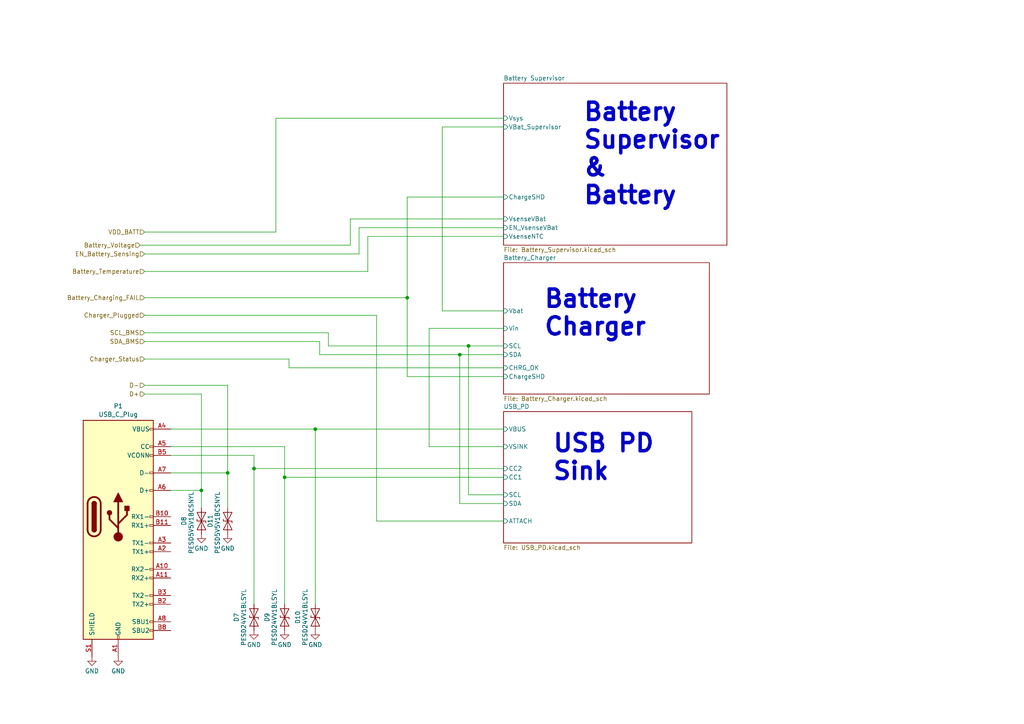
<source format=kicad_sch>
(kicad_sch (version 20230121) (generator eeschema)
  (paper "A4")
  (lib_symbols
    (symbol "Connector:USB_C_Plug" (pin_names (offset 1.016))
      (property "Reference" "P" (at -10.16 29.21 0))
      (property "Value" "USB_C_Plug" (at 10.16 29.21 0))
      (symbol "USB_C_Plug_0_0"
        (rectangle (start -0.254 -35.56) (end 0.254 -34.544))
        (rectangle (start 10.16 -32.766) (end 9.144 -33.274))
        (rectangle (start 10.16 -30.226) (end 9.144 -30.734))
        (rectangle (start 10.16 -25.146) (end 9.144 -25.654))
        (rectangle (start 10.16 -22.606) (end 9.144 -23.114))
        (rectangle (start 10.16 -17.526) (end 9.144 -18.034))
        (rectangle (start 10.16 -14.986) (end 9.144 -15.494))
        (rectangle (start 10.16 -9.906) (end 9.144 -10.414))
        (rectangle (start 10.16 -7.366) (end 9.144 -7.874))
        (rectangle (start 10.16 -2.286) (end 9.144 -2.794))
        (rectangle (start 10.16 0.254) (end 9.144 -0.254))
        (rectangle (start 10.16 7.874) (end 9.144 7.366))
        (rectangle (start 10.16 12.954) (end 9.144 12.446))
        (rectangle (start 10.16 18.034) (end 9.144 17.526))
        (rectangle (start 10.16 20.574) (end 9.144 20.066))
        (rectangle (start 10.16 25.654) (end 9.144 25.146))
      )
      (symbol "USB_C_Plug_0_1"
        (rectangle (start -10.16 27.94) (end 10.16 -35.56) (stroke (width 0.254)) (fill (type background)))
        (arc (start -8.89 -3.81) (mid -6.985 -5.7067) (end -5.08 -3.81) (stroke (width 0.508)))
        (arc (start -7.62 -3.81) (mid -6.985 -4.4423) (end -6.35 -3.81) (stroke (width 0.254)))
        (arc (start -7.62 -3.81) (mid -6.985 -4.4423) (end -6.35 -3.81) (stroke (width 0.254)) (fill (type outline)))
        (rectangle (start -7.62 -3.81) (end -6.35 3.81) (stroke (width 0.254)) (fill (type outline)))
        (arc (start -6.35 3.81) (mid -6.985 4.4423) (end -7.62 3.81) (stroke (width 0.254)))
        (arc (start -6.35 3.81) (mid -6.985 4.4423) (end -7.62 3.81) (stroke (width 0.254)) (fill (type outline)))
        (arc (start -5.08 3.81) (mid -6.985 5.7067) (end -8.89 3.81) (stroke (width 0.508)))
        (polyline (pts (xy -8.89 -3.81) (xy -8.89 3.81)) (stroke (width 0.508)))
        (polyline (pts (xy -5.08 3.81) (xy -5.08 -3.81)) (stroke (width 0.508)))
      )
      (symbol "USB_C_Plug_1_1"
        (circle (center -2.54 1.143) (radius 0.635) (stroke (width 0.254)) (fill (type outline)))
        (circle (center 0 -5.842) (radius 1.27) (fill (type outline)))
        (polyline (pts (xy 0 -5.842) (xy 0 4.318)) (stroke (width 0.508)))
        (polyline (pts (xy 0 -3.302) (xy -2.54 -0.762) (xy -2.54 0.508)) (stroke (width 0.508)))
        (polyline (pts (xy 0 -2.032) (xy 2.54 0.508) (xy 2.54 1.778)) (stroke (width 0.508)))
        (polyline (pts (xy -1.27 4.318) (xy 0 6.858) (xy 1.27 4.318) (xy -1.27 4.318)) (stroke (width 0.254)) (fill (type outline)))
        (rectangle (start 1.905 1.778) (end 3.175 3.048) (stroke (width 0.254)) (fill (type outline)))
        (pin passive line (at 0 -40.64 90) (length 5.08) (name "GND") (number "A1"))
        (pin bidirectional line (at 15.24 -15.24 180) (length 5.08) (name "RX2-") (number "A10"))
        (pin bidirectional line (at 15.24 -17.78 180) (length 5.08) (name "RX2+") (number "A11"))
        (pin passive line (at 0 -40.64 90) (length 5.08) hide (name "GND") (number "A12"))
        (pin bidirectional line (at 15.24 -10.16 180) (length 5.08) (name "TX1+") (number "A2"))
        (pin bidirectional line (at 15.24 -7.62 180) (length 5.08) (name "TX1-") (number "A3"))
        (pin passive line (at 15.24 25.4 180) (length 5.08) (name "VBUS") (number "A4"))
        (pin bidirectional line (at 15.24 20.32 180) (length 5.08) (name "CC") (number "A5"))
        (pin bidirectional line (at 15.24 7.62 180) (length 5.08) (name "D+") (number "A6"))
        (pin bidirectional line (at 15.24 12.7 180) (length 5.08) (name "D-") (number "A7"))
        (pin bidirectional line (at 15.24 -30.48 180) (length 5.08) (name "SBU1") (number "A8"))
        (pin passive line (at 15.24 25.4 180) (length 5.08) hide (name "VBUS") (number "A9"))
        (pin passive line (at 0 -40.64 90) (length 5.08) hide (name "GND") (number "B1"))
        (pin bidirectional line (at 15.24 0 180) (length 5.08) (name "RX1-") (number "B10"))
        (pin bidirectional line (at 15.24 -2.54 180) (length 5.08) (name "RX1+") (number "B11"))
        (pin passive line (at 0 -40.64 90) (length 5.08) hide (name "GND") (number "B12"))
        (pin bidirectional line (at 15.24 -25.4 180) (length 5.08) (name "TX2+") (number "B2"))
        (pin bidirectional line (at 15.24 -22.86 180) (length 5.08) (name "TX2-") (number "B3"))
        (pin passive line (at 15.24 25.4 180) (length 5.08) hide (name "VBUS") (number "B4"))
        (pin bidirectional line (at 15.24 17.78 180) (length 5.08) (name "VCONN") (number "B5"))
        (pin bidirectional line (at 15.24 -33.02 180) (length 5.08) (name "SBU2") (number "B8"))
        (pin passive line (at 15.24 25.4 180) (length 5.08) hide (name "VBUS") (number "B9"))
        (pin passive line (at -7.62 -40.64 90) (length 5.08) (name "SHIELD") (number "S1"))
      )
    )
    (symbol "Diode:ESD9B3.3ST5G" (pin_numbers hide) (pin_names (offset 1.016) hide)
      (property "Reference" "D" (at 0 2.54 0))
      (property "Value" "ESD9B3.3ST5G" (at 0 -2.54 0))
      (symbol "ESD9B3.3ST5G_0_1"
        (polyline (pts (xy 1.27 0) (xy -1.27 0)))
        (polyline (pts (xy -2.54 -1.27) (xy 0 0) (xy -2.54 1.27) (xy -2.54 -1.27)) (stroke (width 0.2032)))
        (polyline (pts (xy 0.508 1.27) (xy 0 1.27) (xy 0 -1.27) (xy -0.508 -1.27)) (stroke (width 0.2032)))
        (polyline (pts (xy 2.54 1.27) (xy 2.54 -1.27) (xy 0 0) (xy 2.54 1.27)) (stroke (width 0.2032)))
      )
      (symbol "ESD9B3.3ST5G_1_1"
        (pin passive line (at -3.81 0 0) (length 2.54) (name "A1") (number "1"))
        (pin passive line (at 3.81 0 180) (length 2.54) (name "A2") (number "2"))
      )
    )
    (symbol "power:GND" (power) (pin_names (offset 0))
      (property "Value" "GND" (at 0 -3.81 0))
      (symbol "GND_0_1"
        (polyline (pts (xy 0 0) (xy 0 -1.27) (xy 1.27 -1.27) (xy 0 -2.54) (xy -1.27 -1.27) (xy 0 -1.27)))
      )
      (symbol "GND_1_1"
        (pin power_in line (at 0 0 270) (length 0) hide (name "GND") (number "1"))
      )
    )
  )
  (junction (at 133.35 102.87))
  (junction (at 66.04 137.16))
  (junction (at 135.89 100.33))
  (junction (at 91.44 124.46))
  (junction (at 118.11 86.36))
  (junction (at 58.42 142.24))
  (junction (at 73.66 135.89))
  (junction (at 82.55 138.43))
  (wire (pts (xy 41.91 99.06) (xy 92.71 99.06)))
  (wire (pts (xy 118.11 57.15) (xy 146.05 57.15)))
  (wire (pts (xy 83.82 104.14) (xy 83.82 106.68)))
  (wire (pts (xy 66.04 111.76) (xy 66.04 137.16)))
  (wire (pts (xy 66.04 137.16) (xy 66.04 147.32)))
  (wire (pts (xy 80.01 67.31) (xy 80.01 34.29)))
  (wire (pts (xy 41.91 73.66) (xy 104.14 73.66)))
  (wire (pts (xy 49.53 142.24) (xy 58.42 142.24)))
  (wire (pts (xy 41.91 86.36) (xy 118.11 86.36)))
  (wire (pts (xy 133.35 146.05) (xy 133.35 102.87)))
  (wire (pts (xy 83.82 106.68) (xy 146.05 106.68)))
  (wire (pts (xy 128.27 36.83) (xy 146.05 36.83)))
  (wire (pts (xy 106.68 68.58) (xy 106.68 78.74)))
  (wire (pts (xy 146.05 146.05) (xy 133.35 146.05)))
  (wire (pts (xy 92.71 99.06) (xy 92.71 102.87)))
  (wire (pts (xy 133.35 102.87) (xy 146.05 102.87)))
  (wire (pts (xy 101.6 63.5) (xy 101.6 71.12)))
  (wire (pts (xy 80.01 34.29) (xy 146.05 34.29)))
  (wire (pts (xy 104.14 66.04) (xy 146.05 66.04)))
  (wire (pts (xy 146.05 100.33) (xy 135.89 100.33)))
  (wire (pts (xy 146.05 90.17) (xy 128.27 90.17)))
  (wire (pts (xy 82.55 138.43) (xy 82.55 175.26)))
  (wire (pts (xy 41.91 91.44) (xy 109.22 91.44)))
  (wire (pts (xy 146.05 143.51) (xy 135.89 143.51)))
  (wire (pts (xy 41.91 67.31) (xy 80.01 67.31)))
  (wire (pts (xy 73.66 132.08) (xy 49.53 132.08)))
  (wire (pts (xy 109.22 91.44) (xy 109.22 151.13)))
  (wire (pts (xy 91.44 124.46) (xy 146.05 124.46)))
  (wire (pts (xy 118.11 109.22) (xy 118.11 86.36)))
  (wire (pts (xy 146.05 109.22) (xy 118.11 109.22)))
  (wire (pts (xy 49.53 129.54) (xy 82.55 129.54)))
  (wire (pts (xy 124.46 129.54) (xy 124.46 95.25)))
  (wire (pts (xy 92.71 102.87) (xy 133.35 102.87)))
  (wire (pts (xy 101.6 71.12) (xy 40.64 71.12)))
  (wire (pts (xy 128.27 90.17) (xy 128.27 36.83)))
  (wire (pts (xy 41.91 104.14) (xy 83.82 104.14)))
  (wire (pts (xy 49.53 137.16) (xy 66.04 137.16)))
  (wire (pts (xy 104.14 73.66) (xy 104.14 66.04)))
  (wire (pts (xy 73.66 132.08) (xy 73.66 135.89)))
  (wire (pts (xy 124.46 95.25) (xy 146.05 95.25)))
  (wire (pts (xy 146.05 135.89) (xy 73.66 135.89)))
  (wire (pts (xy 82.55 138.43) (xy 146.05 138.43)))
  (wire (pts (xy 95.25 96.52) (xy 41.91 96.52)))
  (wire (pts (xy 58.42 114.3) (xy 58.42 142.24)))
  (wire (pts (xy 135.89 100.33) (xy 95.25 100.33)))
  (wire (pts (xy 146.05 129.54) (xy 124.46 129.54)))
  (wire (pts (xy 106.68 78.74) (xy 41.91 78.74)))
  (wire (pts (xy 58.42 142.24) (xy 58.42 147.32)))
  (wire (pts (xy 73.66 135.89) (xy 73.66 175.26)))
  (wire (pts (xy 146.05 63.5) (xy 101.6 63.5)))
  (wire (pts (xy 146.05 68.58) (xy 106.68 68.58)))
  (wire (pts (xy 49.53 124.46) (xy 91.44 124.46)))
  (wire (pts (xy 95.25 100.33) (xy 95.25 96.52)))
  (wire (pts (xy 82.55 129.54) (xy 82.55 138.43)))
  (wire (pts (xy 41.91 114.3) (xy 58.42 114.3)))
  (wire (pts (xy 109.22 151.13) (xy 146.05 151.13)))
  (wire (pts (xy 41.91 111.76) (xy 66.04 111.76)))
  (wire (pts (xy 135.89 143.51) (xy 135.89 100.33)))
  (wire (pts (xy 118.11 86.36) (xy 118.11 57.15)))
  (wire (pts (xy 91.44 124.46) (xy 91.44 175.26)))
  (text "USB PD\nSink" (at 160.02 139.7 0) (effects (font (size 5 5) (thickness 1) bold) (justify left bottom)))
  (text "Battery\nSupervisor\n&\nBattery\n" (at 168.91 59.69 0) (effects (font (size 5 5) (thickness 1) bold) (justify left bottom)))
  (text "Battery\nCharger" (at 157.48 97.79 0) (effects (font (size 5 5) (thickness 1) bold) (justify left bottom)))
  (hierarchical_label "D-" (shape input) (at 41.91 111.76 180))
  (hierarchical_label "Charger_Plugged" (shape input) (at 41.91 91.44 180))
  (hierarchical_label "SDA_BMS" (shape input) (at 41.91 99.06 180))
  (hierarchical_label "D+" (shape input) (at 41.91 114.3 180))
  (hierarchical_label "Battery_Charging_FAIL" (shape input) (at 41.91 86.36 180))
  (hierarchical_label "Battery_Temperature" (shape input) (at 41.91 78.74 180))
  (hierarchical_label "EN_Battery_Sensing" (shape input) (at 41.91 73.66 180))
  (hierarchical_label "VDD_BATT" (shape input) (at 41.91 67.31 180))
  (hierarchical_label "Battery_Voltage" (shape input) (at 40.64 71.12 180))
  (hierarchical_label "Charger_Status" (shape input) (at 41.91 104.14 180))
  (hierarchical_label "SCL_BMS" (shape input) (at 41.91 96.52 180))
  (symbol (lib_id "power:GND") (at 82.55 182.88 0) (unit 1)
    (property "Reference" "#PWR0127" (effects hide))
    (property "Value" "GND" (at 82.55 187.0131 0))
  )
  (symbol (lib_id "Diode:ESD9B3.3ST5G") (at 82.55 179.07 90) (unit 1)
    (property "Reference" "D9" (at 77.47 179.07 0))
    (property "Value" "PESD24VV1BLSYL" (at 79.5853 179.07 0))
    (property "Footprint" "Diode_SMD:D_SOD-923" (effects hide))
    (property "Datasheet" "https://www.onsemi.com/pub/Collateral/ESD9B-D.PDF" (effects hide))
  )
  (symbol (lib_id "power:GND") (at 26.67 190.5 0) (unit 1)
    (property "Reference" "#PWR0124" (effects hide))
    (property "Value" "GND" (at 26.67 194.6331 0))
  )
  (symbol (lib_id "power:GND") (at 34.29 190.5 0) (unit 1)
    (property "Reference" "#PWR0125" (effects hide))
    (property "Value" "GND" (at 34.29 194.6331 0))
  )
  (symbol (lib_id "power:GND") (at 91.44 182.88 0) (unit 1)
    (property "Reference" "#PWR0128" (effects hide))
    (property "Value" "GND" (at 91.44 187.0131 0))
  )
  (symbol (lib_id "power:GND") (at 58.42 154.94 0) (unit 1)
    (property "Reference" "#PWR0129" (effects hide))
    (property "Value" "GND" (at 58.42 159.0731 0))
  )
  (symbol (lib_id "Diode:ESD9B3.3ST5G") (at 91.44 179.07 90) (unit 1)
    (property "Reference" "D10" (at 86.36 179.07 0))
    (property "Value" "PESD24VV1BLSYL" (at 88.4753 179.07 0))
    (property "Footprint" "Diode_SMD:D_SOD-923" (effects hide))
    (property "Datasheet" "https://www.onsemi.com/pub/Collateral/ESD9B-D.PDF" (effects hide))
  )
  (symbol (lib_id "Diode:ESD9B3.3ST5G") (at 58.42 151.13 90) (unit 1)
    (property "Reference" "D8" (at 53.34 151.13 0))
    (property "Value" "PESD5V5V1BCSNYL " (at 55.4553 151.13 0))
    (property "Footprint" "Diode_SMD:D_SOD-923" (effects hide))
    (property "Datasheet" "https://www.onsemi.com/pub/Collateral/ESD9B-D.PDF" (effects hide))
  )
  (symbol (lib_id "power:GND") (at 73.66 182.88 0) (unit 1)
    (property "Reference" "#PWR0126" (effects hide))
    (property "Value" "GND" (at 73.66 187.0131 0))
  )
  (symbol (lib_id "Diode:ESD9B3.3ST5G") (at 66.04 151.13 90) (unit 1)
    (property "Reference" "D11" (at 60.96 151.13 0))
    (property "Value" "PESD5V5V1BCSNYL " (at 63.0753 151.13 0))
    (property "Footprint" "Diode_SMD:D_SOD-923" (effects hide))
    (property "Datasheet" "https://www.onsemi.com/pub/Collateral/ESD9B-D.PDF" (effects hide))
  )
  (symbol (lib_id "Connector:USB_C_Plug") (at 34.29 149.86 0) (unit 1)
    (property "Reference" "P1" (at 34.29 117.7757 0))
    (property "Value" "USB_C_Plug" (at 34.29 120.1999 0))
    (property "Datasheet" "https://www.usb.org/sites/default/files/documents/usb_type-c.zip" (effects hide))
  )
  (symbol (lib_id "Diode:ESD9B3.3ST5G") (at 73.66 179.07 90) (unit 1)
    (property "Reference" "D7" (at 68.58 179.07 0))
    (property "Value" "PESD24VV1BLSYL" (at 70.6953 179.07 0))
    (property "Footprint" "Diode_SMD:D_SOD-923" (effects hide))
    (property "Datasheet" "https://www.onsemi.com/pub/Collateral/ESD9B-D.PDF" (effects hide))
  )
  (symbol (lib_id "power:GND") (at 66.04 154.94 0) (unit 1)
    (property "Reference" "#PWR0130" (effects hide))
    (property "Value" "GND" (at 66.04 159.0731 0))
  )
  (sheet (at 146.05 119.38) (size 54.61 38.1) (stroke (width 0.1524))
    (property "Sheetname" "USB_PD" (at 146.05 118.6684 0) (effects (justify left bottom)))
    (property "Sheetfile" "USB_PD.kicad_sch" (at 146.05 158.0646 0) (effects (justify left top)))
    (pin "VBUS" input (at 146.05 124.46 180))
    (pin "VSINK" input (at 146.05 129.54 180))
    (pin "ATTACH" input (at 146.05 151.13 180))
    (pin "SDA" input (at 146.05 146.05 180))
    (pin "SCL" input (at 146.05 143.51 180))
    (pin "CC1" input (at 146.05 138.43 180))
    (pin "CC2" input (at 146.05 135.89 180))
  )
  (sheet (at 146.05 76.2) (size 59.69 38.1) (stroke (width 0.1524))
    (property "Sheetname" "Battery_Charger" (at 146.05 75.4884 0) (effects (justify left bottom)))
    (property "Sheetfile" "Battery_Charger.kicad_sch" (at 146.05 114.8846 0) (effects (justify left top)))
    (pin "ChargeSHD" input (at 146.05 109.22 180))
    (pin "SCL" input (at 146.05 100.33 180))
    (pin "SDA" input (at 146.05 102.87 180))
    (pin "CHRG_OK" input (at 146.05 106.68 180))
    (pin "Vin" input (at 146.05 95.25 180))
    (pin "Vbat" input (at 146.05 90.17 180))
  )
  (sheet (at 146.05 24.13) (size 64.77 46.99) (stroke (width 0.1524))
    (property "Sheetname" "Battery Supervisor" (at 146.05 23.4184 0) (effects (justify left bottom)))
    (property "Sheetfile" "Battery_Supervisor.kicad_sch" (at 146.05 71.7046 0) (effects (justify left top)))
    (pin "VsenseVBat" input (at 146.05 63.5 180))
    (pin "Vsys" input (at 146.05 34.29 180))
    (pin "VBat_Supervisor" input (at 146.05 36.83 180))
    (pin "ChargeSHD" input (at 146.05 57.15 180))
    (pin "EN_VsenseVBat" input (at 146.05 66.04 180))
    (pin "VsenseNTC" input (at 146.05 68.58 180))
  )
)
</source>
